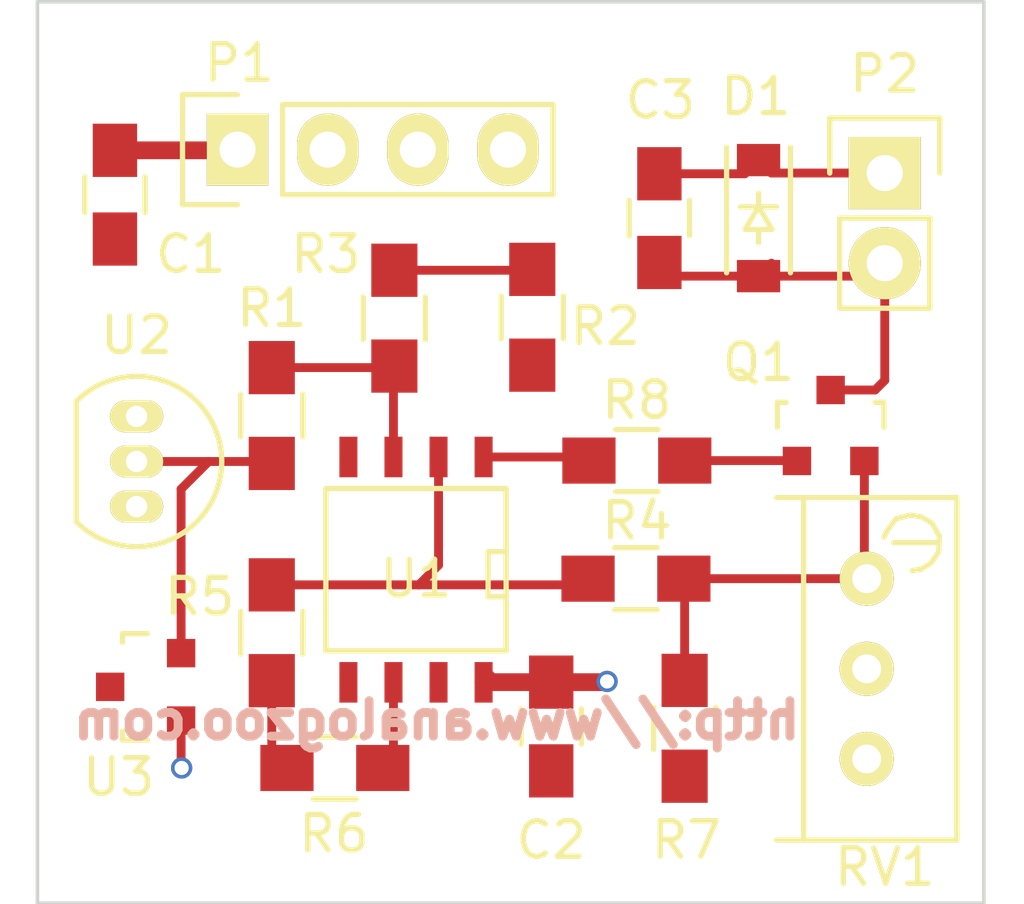
<source format=kicad_pcb>
(kicad_pcb (version 4) (host pcbnew 4.0.2-stable)

  (general
    (links 35)
    (no_connects 14)
    (area 56.835 91.8886 86.117 117.398001)
    (thickness 1.6)
    (drawings 5)
    (tracks 56)
    (zones 0)
    (modules 19)
    (nets 16)
  )

  (page A4)
  (layers
    (0 F.Cu signal)
    (31 B.Cu signal)
    (32 B.Adhes user)
    (33 F.Adhes user)
    (34 B.Paste user)
    (35 F.Paste user)
    (36 B.SilkS user)
    (37 F.SilkS user)
    (38 B.Mask user)
    (39 F.Mask user)
    (40 Dwgs.User user)
    (41 Cmts.User user)
    (42 Eco1.User user)
    (43 Eco2.User user)
    (44 Edge.Cuts user)
    (45 Margin user)
    (46 B.CrtYd user)
    (47 F.CrtYd user)
    (48 B.Fab user)
    (49 F.Fab user)
  )

  (setup
    (last_trace_width 0.25)
    (user_trace_width 0.5)
    (user_trace_width 1)
    (trace_clearance 0.2)
    (zone_clearance 0.1)
    (zone_45_only no)
    (trace_min 0.2)
    (segment_width 0.2)
    (edge_width 0.1)
    (via_size 0.6)
    (via_drill 0.4)
    (via_min_size 0.4)
    (via_min_drill 0.3)
    (uvia_size 0.3)
    (uvia_drill 0.1)
    (uvias_allowed no)
    (uvia_min_size 0.2)
    (uvia_min_drill 0.1)
    (pcb_text_width 0.3)
    (pcb_text_size 1.5 1.5)
    (mod_edge_width 0.15)
    (mod_text_size 1 1)
    (mod_text_width 0.15)
    (pad_size 1.5 1.5)
    (pad_drill 0.6)
    (pad_to_mask_clearance 0)
    (aux_axis_origin 0 0)
    (visible_elements FFFEFF7F)
    (pcbplotparams
      (layerselection 0x010f0_80000001)
      (usegerberextensions false)
      (excludeedgelayer true)
      (linewidth 0.100000)
      (plotframeref false)
      (viasonmask false)
      (mode 1)
      (useauxorigin false)
      (hpglpennumber 1)
      (hpglpenspeed 20)
      (hpglpendiameter 15)
      (hpglpenoverlay 2)
      (psnegative false)
      (psa4output false)
      (plotreference true)
      (plotvalue false)
      (plotinvisibletext false)
      (padsonsilk false)
      (subtractmaskfromsilk false)
      (outputformat 1)
      (mirror false)
      (drillshape 0)
      (scaleselection 1)
      (outputdirectory Gerber/))
  )

  (net 0 "")
  (net 1 GND)
  (net 2 +5V)
  (net 3 "Net-(Q1-Pad2)")
  (net 4 "Net-(R1-Pad1)")
  (net 5 "Net-(R5-Pad1)")
  (net 6 "Net-(U1-Pad7)")
  (net 7 "Net-(R2-Pad1)")
  (net 8 "Net-(R4-Pad2)")
  (net 9 "Net-(R6-Pad1)")
  (net 10 "Net-(Q1-Pad1)")
  (net 11 "Net-(P1-Pad2)")
  (net 12 "Net-(P1-Pad3)")
  (net 13 "Net-(C3-Pad1)")
  (net 14 "Net-(R1-Pad2)")
  (net 15 "Net-(R8-Pad2)")

  (net_class Default "This is the default net class."
    (clearance 0.2)
    (trace_width 0.25)
    (via_dia 0.6)
    (via_drill 0.4)
    (uvia_dia 0.3)
    (uvia_drill 0.1)
    (add_net +5V)
    (add_net GND)
    (add_net "Net-(C3-Pad1)")
    (add_net "Net-(P1-Pad2)")
    (add_net "Net-(P1-Pad3)")
    (add_net "Net-(Q1-Pad1)")
    (add_net "Net-(Q1-Pad2)")
    (add_net "Net-(R1-Pad1)")
    (add_net "Net-(R1-Pad2)")
    (add_net "Net-(R2-Pad1)")
    (add_net "Net-(R4-Pad2)")
    (add_net "Net-(R5-Pad1)")
    (add_net "Net-(R6-Pad1)")
    (add_net "Net-(R8-Pad2)")
    (add_net "Net-(U1-Pad7)")
  )

  (module Capacitors_SMD:C_0805_HandSoldering (layer F.Cu) (tedit 5729638C) (tstamp 570ECD6C)
    (at 60.3504 97.3836 90)
    (descr "Capacitor SMD 0805, hand soldering")
    (tags "capacitor 0805")
    (path /570C874E)
    (attr smd)
    (fp_text reference C1 (at -1.6764 2.1336 180) (layer F.SilkS)
      (effects (font (size 1 1) (thickness 0.15)))
    )
    (fp_text value 0.1uF (at 0 2.1 90) (layer F.Fab)
      (effects (font (size 1 1) (thickness 0.15)))
    )
    (fp_line (start -2.3 -1) (end 2.3 -1) (layer F.CrtYd) (width 0.05))
    (fp_line (start -2.3 1) (end 2.3 1) (layer F.CrtYd) (width 0.05))
    (fp_line (start -2.3 -1) (end -2.3 1) (layer F.CrtYd) (width 0.05))
    (fp_line (start 2.3 -1) (end 2.3 1) (layer F.CrtYd) (width 0.05))
    (fp_line (start 0.5 -0.85) (end -0.5 -0.85) (layer F.SilkS) (width 0.15))
    (fp_line (start -0.5 0.85) (end 0.5 0.85) (layer F.SilkS) (width 0.15))
    (pad 1 smd rect (at -1.25 0 90) (size 1.5 1.25) (layers F.Cu F.Paste F.Mask)
      (net 1 GND))
    (pad 2 smd rect (at 1.25 0 90) (size 1.5 1.25) (layers F.Cu F.Paste F.Mask)
      (net 2 +5V))
    (model Capacitors_SMD.3dshapes/C_0805_HandSoldering.wrl
      (at (xyz 0 0 0))
      (scale (xyz 1 1 1))
      (rotate (xyz 0 0 0))
    )
  )

  (module Capacitors_SMD:C_0805_HandSoldering (layer F.Cu) (tedit 57296076) (tstamp 570ECD72)
    (at 75.692 98.044 90)
    (descr "Capacitor SMD 0805, hand soldering")
    (tags "capacitor 0805")
    (path /570C674D)
    (attr smd)
    (fp_text reference C3 (at 3.3274 0.0254 180) (layer F.SilkS)
      (effects (font (size 1 1) (thickness 0.15)))
    )
    (fp_text value 0.1uF (at 0 2.1 90) (layer F.Fab)
      (effects (font (size 1 1) (thickness 0.15)))
    )
    (fp_line (start -2.3 -1) (end 2.3 -1) (layer F.CrtYd) (width 0.05))
    (fp_line (start -2.3 1) (end 2.3 1) (layer F.CrtYd) (width 0.05))
    (fp_line (start -2.3 -1) (end -2.3 1) (layer F.CrtYd) (width 0.05))
    (fp_line (start 2.3 -1) (end 2.3 1) (layer F.CrtYd) (width 0.05))
    (fp_line (start 0.5 -0.85) (end -0.5 -0.85) (layer F.SilkS) (width 0.15))
    (fp_line (start -0.5 0.85) (end 0.5 0.85) (layer F.SilkS) (width 0.15))
    (pad 1 smd rect (at -1.25 0 90) (size 1.5 1.25) (layers F.Cu F.Paste F.Mask)
      (net 13 "Net-(C3-Pad1)"))
    (pad 2 smd rect (at 1.25 0 90) (size 1.5 1.25) (layers F.Cu F.Paste F.Mask)
      (net 2 +5V))
    (model Capacitors_SMD.3dshapes/C_0805_HandSoldering.wrl
      (at (xyz 0 0 0))
      (scale (xyz 1 1 1))
      (rotate (xyz 0 0 0))
    )
  )

  (module Socket_Strips:Socket_Strip_Straight_1x02 (layer F.Cu) (tedit 57296071) (tstamp 570ECD84)
    (at 82.042 96.774 270)
    (descr "Through hole socket strip")
    (tags "socket strip")
    (path /570C5F93)
    (fp_text reference P2 (at -2.794 0 360) (layer F.SilkS)
      (effects (font (size 1 1) (thickness 0.15)))
    )
    (fp_text value uA (at 0 -3.1 270) (layer F.Fab)
      (effects (font (size 1 1) (thickness 0.15)))
    )
    (fp_line (start -1.55 1.55) (end 0 1.55) (layer F.SilkS) (width 0.15))
    (fp_line (start 3.81 1.27) (end 1.27 1.27) (layer F.SilkS) (width 0.15))
    (fp_line (start -1.75 -1.75) (end -1.75 1.75) (layer F.CrtYd) (width 0.05))
    (fp_line (start 4.3 -1.75) (end 4.3 1.75) (layer F.CrtYd) (width 0.05))
    (fp_line (start -1.75 -1.75) (end 4.3 -1.75) (layer F.CrtYd) (width 0.05))
    (fp_line (start -1.75 1.75) (end 4.3 1.75) (layer F.CrtYd) (width 0.05))
    (fp_line (start 1.27 1.27) (end 1.27 -1.27) (layer F.SilkS) (width 0.15))
    (fp_line (start 0 -1.55) (end -1.55 -1.55) (layer F.SilkS) (width 0.15))
    (fp_line (start -1.55 -1.55) (end -1.55 1.55) (layer F.SilkS) (width 0.15))
    (fp_line (start 1.27 -1.27) (end 3.81 -1.27) (layer F.SilkS) (width 0.15))
    (fp_line (start 3.81 -1.27) (end 3.81 1.27) (layer F.SilkS) (width 0.15))
    (pad 1 thru_hole rect (at 0 0 270) (size 2.032 2.032) (drill 1.016) (layers *.Cu *.Mask F.SilkS)
      (net 2 +5V))
    (pad 2 thru_hole oval (at 2.54 0 270) (size 2.032 2.032) (drill 1.016) (layers *.Cu *.Mask F.SilkS)
      (net 13 "Net-(C3-Pad1)"))
    (model Socket_Strips.3dshapes/Socket_Strip_Straight_1x02.wrl
      (at (xyz 0.05 0 0))
      (scale (xyz 1 1 1))
      (rotate (xyz 0 0 180))
    )
  )

  (module TO_SOT_Packages_SMD:SOT-23 (layer F.Cu) (tedit 5729FEDC) (tstamp 570ECD97)
    (at 80.518 103.886)
    (descr "SOT-23, Standard")
    (tags SOT-23)
    (path /570C5C0F)
    (attr smd)
    (fp_text reference Q1 (at -2.032 -1.778) (layer F.SilkS)
      (effects (font (size 1 1) (thickness 0.15)))
    )
    (fp_text value MMBT3904 (at 0 2.3) (layer F.Fab)
      (effects (font (size 1 1) (thickness 0.15)))
    )
    (fp_line (start -1.65 -1.6) (end 1.65 -1.6) (layer F.CrtYd) (width 0.05))
    (fp_line (start 1.65 -1.6) (end 1.65 1.6) (layer F.CrtYd) (width 0.05))
    (fp_line (start 1.65 1.6) (end -1.65 1.6) (layer F.CrtYd) (width 0.05))
    (fp_line (start -1.65 1.6) (end -1.65 -1.6) (layer F.CrtYd) (width 0.05))
    (fp_line (start 1.29916 -0.65024) (end 1.2509 -0.65024) (layer F.SilkS) (width 0.15))
    (fp_line (start -1.49982 0.0508) (end -1.49982 -0.65024) (layer F.SilkS) (width 0.15))
    (fp_line (start -1.49982 -0.65024) (end -1.2509 -0.65024) (layer F.SilkS) (width 0.15))
    (fp_line (start 1.29916 -0.65024) (end 1.49982 -0.65024) (layer F.SilkS) (width 0.15))
    (fp_line (start 1.49982 -0.65024) (end 1.49982 0.0508) (layer F.SilkS) (width 0.15))
    (pad 1 smd rect (at -0.95 1.00076) (size 0.8001 0.8001) (layers F.Cu F.Paste F.Mask)
      (net 10 "Net-(Q1-Pad1)"))
    (pad 2 smd rect (at 0.95 1.00076) (size 0.8001 0.8001) (layers F.Cu F.Paste F.Mask)
      (net 3 "Net-(Q1-Pad2)"))
    (pad 3 smd rect (at 0 -0.99822) (size 0.8001 0.8001) (layers F.Cu F.Paste F.Mask)
      (net 13 "Net-(C3-Pad1)"))
    (model TO_SOT_Packages_SMD.3dshapes/SOT-23.wrl
      (at (xyz 0 0 0))
      (scale (xyz 1 1 1))
      (rotate (xyz 0 0 0))
    )
  )

  (module Resistors_SMD:R_0805_HandSoldering (layer F.Cu) (tedit 5729FE07) (tstamp 570ECD9D)
    (at 64.77 103.6066 270)
    (descr "Resistor SMD 0805, hand soldering")
    (tags "resistor 0805")
    (path /570C535A)
    (attr smd)
    (fp_text reference R1 (at -3.0226 0 360) (layer F.SilkS)
      (effects (font (size 1 1) (thickness 0.15)))
    )
    (fp_text value 1M (at 0 2.1 270) (layer F.Fab)
      (effects (font (size 1 1) (thickness 0.15)))
    )
    (fp_line (start -2.4 -1) (end 2.4 -1) (layer F.CrtYd) (width 0.05))
    (fp_line (start -2.4 1) (end 2.4 1) (layer F.CrtYd) (width 0.05))
    (fp_line (start -2.4 -1) (end -2.4 1) (layer F.CrtYd) (width 0.05))
    (fp_line (start 2.4 -1) (end 2.4 1) (layer F.CrtYd) (width 0.05))
    (fp_line (start 0.6 0.875) (end -0.6 0.875) (layer F.SilkS) (width 0.15))
    (fp_line (start -0.6 -0.875) (end 0.6 -0.875) (layer F.SilkS) (width 0.15))
    (pad 1 smd rect (at -1.35 0 270) (size 1.5 1.3) (layers F.Cu F.Paste F.Mask)
      (net 4 "Net-(R1-Pad1)"))
    (pad 2 smd rect (at 1.35 0 270) (size 1.5 1.3) (layers F.Cu F.Paste F.Mask)
      (net 14 "Net-(R1-Pad2)"))
    (model Resistors_SMD.3dshapes/R_0805_HandSoldering.wrl
      (at (xyz 0 0 0))
      (scale (xyz 1 1 1))
      (rotate (xyz 0 0 0))
    )
  )

  (module Resistors_SMD:R_0805_HandSoldering (layer F.Cu) (tedit 572963C5) (tstamp 570ECDA3)
    (at 68.2244 100.8634 270)
    (descr "Resistor SMD 0805, hand soldering")
    (tags "resistor 0805")
    (path /570ECBC6)
    (attr smd)
    (fp_text reference R2 (at 0.2286 -5.9436 360) (layer F.SilkS)
      (effects (font (size 1 1) (thickness 0.15)))
    )
    (fp_text value 2.2M (at 0 2.1 270) (layer F.Fab)
      (effects (font (size 1 1) (thickness 0.15)))
    )
    (fp_line (start -2.4 -1) (end 2.4 -1) (layer F.CrtYd) (width 0.05))
    (fp_line (start -2.4 1) (end 2.4 1) (layer F.CrtYd) (width 0.05))
    (fp_line (start -2.4 -1) (end -2.4 1) (layer F.CrtYd) (width 0.05))
    (fp_line (start 2.4 -1) (end 2.4 1) (layer F.CrtYd) (width 0.05))
    (fp_line (start 0.6 0.875) (end -0.6 0.875) (layer F.SilkS) (width 0.15))
    (fp_line (start -0.6 -0.875) (end 0.6 -0.875) (layer F.SilkS) (width 0.15))
    (pad 1 smd rect (at -1.35 0 270) (size 1.5 1.3) (layers F.Cu F.Paste F.Mask)
      (net 7 "Net-(R2-Pad1)"))
    (pad 2 smd rect (at 1.35 0 270) (size 1.5 1.3) (layers F.Cu F.Paste F.Mask)
      (net 4 "Net-(R1-Pad1)"))
    (model Resistors_SMD.3dshapes/R_0805_HandSoldering.wrl
      (at (xyz 0 0 0))
      (scale (xyz 1 1 1))
      (rotate (xyz 0 0 0))
    )
  )

  (module Resistors_SMD:R_0805_HandSoldering (layer F.Cu) (tedit 57296384) (tstamp 570ECDA9)
    (at 72.1106 100.838 90)
    (descr "Resistor SMD 0805, hand soldering")
    (tags "resistor 0805")
    (path /570ECC88)
    (attr smd)
    (fp_text reference R3 (at 1.778 -5.8166 180) (layer F.SilkS)
      (effects (font (size 1 1) (thickness 0.15)))
    )
    (fp_text value 200k (at 0 2.1 90) (layer F.Fab)
      (effects (font (size 1 1) (thickness 0.15)))
    )
    (fp_line (start -2.4 -1) (end 2.4 -1) (layer F.CrtYd) (width 0.05))
    (fp_line (start -2.4 1) (end 2.4 1) (layer F.CrtYd) (width 0.05))
    (fp_line (start -2.4 -1) (end -2.4 1) (layer F.CrtYd) (width 0.05))
    (fp_line (start 2.4 -1) (end 2.4 1) (layer F.CrtYd) (width 0.05))
    (fp_line (start 0.6 0.875) (end -0.6 0.875) (layer F.SilkS) (width 0.15))
    (fp_line (start -0.6 -0.875) (end 0.6 -0.875) (layer F.SilkS) (width 0.15))
    (pad 1 smd rect (at -1.35 0 90) (size 1.5 1.3) (layers F.Cu F.Paste F.Mask)
      (net 1 GND))
    (pad 2 smd rect (at 1.35 0 90) (size 1.5 1.3) (layers F.Cu F.Paste F.Mask)
      (net 7 "Net-(R2-Pad1)"))
    (model Resistors_SMD.3dshapes/R_0805_HandSoldering.wrl
      (at (xyz 0 0 0))
      (scale (xyz 1 1 1))
      (rotate (xyz 0 0 0))
    )
  )

  (module Resistors_SMD:R_0805_HandSoldering (layer F.Cu) (tedit 572960DB) (tstamp 570ECDAF)
    (at 75.0316 108.204 180)
    (descr "Resistor SMD 0805, hand soldering")
    (tags "resistor 0805")
    (path /570C5880)
    (attr smd)
    (fp_text reference R4 (at -0.0254 1.6256 180) (layer F.SilkS)
      (effects (font (size 1 1) (thickness 0.15)))
    )
    (fp_text value 1M (at 0 2.1 180) (layer F.Fab)
      (effects (font (size 1 1) (thickness 0.15)))
    )
    (fp_line (start -2.4 -1) (end 2.4 -1) (layer F.CrtYd) (width 0.05))
    (fp_line (start -2.4 1) (end 2.4 1) (layer F.CrtYd) (width 0.05))
    (fp_line (start -2.4 -1) (end -2.4 1) (layer F.CrtYd) (width 0.05))
    (fp_line (start 2.4 -1) (end 2.4 1) (layer F.CrtYd) (width 0.05))
    (fp_line (start 0.6 0.875) (end -0.6 0.875) (layer F.SilkS) (width 0.15))
    (fp_line (start -0.6 -0.875) (end 0.6 -0.875) (layer F.SilkS) (width 0.15))
    (pad 1 smd rect (at -1.35 0 180) (size 1.5 1.3) (layers F.Cu F.Paste F.Mask)
      (net 3 "Net-(Q1-Pad2)"))
    (pad 2 smd rect (at 1.35 0 180) (size 1.5 1.3) (layers F.Cu F.Paste F.Mask)
      (net 8 "Net-(R4-Pad2)"))
    (model Resistors_SMD.3dshapes/R_0805_HandSoldering.wrl
      (at (xyz 0 0 0))
      (scale (xyz 1 1 1))
      (rotate (xyz 0 0 0))
    )
  )

  (module Resistors_SMD:R_0805_HandSoldering (layer F.Cu) (tedit 5729FDFB) (tstamp 570ECDB5)
    (at 64.77 109.728 90)
    (descr "Resistor SMD 0805, hand soldering")
    (tags "resistor 0805")
    (path /570ECFA2)
    (attr smd)
    (fp_text reference R5 (at 1.016 -2.032 180) (layer F.SilkS)
      (effects (font (size 1 1) (thickness 0.15)))
    )
    (fp_text value 2.2M (at 0 2.1 90) (layer F.Fab)
      (effects (font (size 1 1) (thickness 0.15)))
    )
    (fp_line (start -2.4 -1) (end 2.4 -1) (layer F.CrtYd) (width 0.05))
    (fp_line (start -2.4 1) (end 2.4 1) (layer F.CrtYd) (width 0.05))
    (fp_line (start -2.4 -1) (end -2.4 1) (layer F.CrtYd) (width 0.05))
    (fp_line (start 2.4 -1) (end 2.4 1) (layer F.CrtYd) (width 0.05))
    (fp_line (start 0.6 0.875) (end -0.6 0.875) (layer F.SilkS) (width 0.15))
    (fp_line (start -0.6 -0.875) (end 0.6 -0.875) (layer F.SilkS) (width 0.15))
    (pad 1 smd rect (at -1.35 0 90) (size 1.5 1.3) (layers F.Cu F.Paste F.Mask)
      (net 5 "Net-(R5-Pad1)"))
    (pad 2 smd rect (at 1.35 0 90) (size 1.5 1.3) (layers F.Cu F.Paste F.Mask)
      (net 8 "Net-(R4-Pad2)"))
    (model Resistors_SMD.3dshapes/R_0805_HandSoldering.wrl
      (at (xyz 0 0 0))
      (scale (xyz 1 1 1))
      (rotate (xyz 0 0 0))
    )
  )

  (module Resistors_SMD:R_0805_HandSoldering (layer F.Cu) (tedit 57295C85) (tstamp 570ECDBB)
    (at 66.548 113.538 180)
    (descr "Resistor SMD 0805, hand soldering")
    (tags "resistor 0805")
    (path /570ED006)
    (attr smd)
    (fp_text reference R6 (at 0.0254 -1.8542 180) (layer F.SilkS)
      (effects (font (size 1 1) (thickness 0.15)))
    )
    (fp_text value 200k (at 0 2.1 180) (layer F.Fab)
      (effects (font (size 1 1) (thickness 0.15)))
    )
    (fp_line (start -2.4 -1) (end 2.4 -1) (layer F.CrtYd) (width 0.05))
    (fp_line (start -2.4 1) (end 2.4 1) (layer F.CrtYd) (width 0.05))
    (fp_line (start -2.4 -1) (end -2.4 1) (layer F.CrtYd) (width 0.05))
    (fp_line (start 2.4 -1) (end 2.4 1) (layer F.CrtYd) (width 0.05))
    (fp_line (start 0.6 0.875) (end -0.6 0.875) (layer F.SilkS) (width 0.15))
    (fp_line (start -0.6 -0.875) (end 0.6 -0.875) (layer F.SilkS) (width 0.15))
    (pad 1 smd rect (at -1.35 0 180) (size 1.5 1.3) (layers F.Cu F.Paste F.Mask)
      (net 9 "Net-(R6-Pad1)"))
    (pad 2 smd rect (at 1.35 0 180) (size 1.5 1.3) (layers F.Cu F.Paste F.Mask)
      (net 5 "Net-(R5-Pad1)"))
    (model Resistors_SMD.3dshapes/R_0805_HandSoldering.wrl
      (at (xyz 0 0 0))
      (scale (xyz 1 1 1))
      (rotate (xyz 0 0 0))
    )
  )

  (module Resistors_SMD:R_0805_HandSoldering (layer F.Cu) (tedit 572963B1) (tstamp 570ECDC1)
    (at 76.4032 112.4204 90)
    (descr "Resistor SMD 0805, hand soldering")
    (tags "resistor 0805")
    (path /570C5CE6)
    (attr smd)
    (fp_text reference R7 (at -3.1496 0.0508 180) (layer F.SilkS)
      (effects (font (size 1 1) (thickness 0.15)))
    )
    (fp_text value 49.9k (at 0 2.1 90) (layer F.Fab)
      (effects (font (size 1 1) (thickness 0.15)))
    )
    (fp_line (start -2.4 -1) (end 2.4 -1) (layer F.CrtYd) (width 0.05))
    (fp_line (start -2.4 1) (end 2.4 1) (layer F.CrtYd) (width 0.05))
    (fp_line (start -2.4 -1) (end -2.4 1) (layer F.CrtYd) (width 0.05))
    (fp_line (start 2.4 -1) (end 2.4 1) (layer F.CrtYd) (width 0.05))
    (fp_line (start 0.6 0.875) (end -0.6 0.875) (layer F.SilkS) (width 0.15))
    (fp_line (start -0.6 -0.875) (end 0.6 -0.875) (layer F.SilkS) (width 0.15))
    (pad 1 smd rect (at -1.35 0 90) (size 1.5 1.3) (layers F.Cu F.Paste F.Mask)
      (net 1 GND))
    (pad 2 smd rect (at 1.35 0 90) (size 1.5 1.3) (layers F.Cu F.Paste F.Mask)
      (net 3 "Net-(Q1-Pad2)"))
    (model Resistors_SMD.3dshapes/R_0805_HandSoldering.wrl
      (at (xyz 0 0 0))
      (scale (xyz 1 1 1))
      (rotate (xyz 0 0 0))
    )
  )

  (module Potentiometers:Potentiometer_Bourns_3296W_3-8Zoll_Inline_ScrewUp (layer F.Cu) (tedit 572963B9) (tstamp 570ECDC8)
    (at 81.534 108.204 180)
    (descr "3296, 3/8, Square, Trimpot, Trimming, Potentiometer, Bourns")
    (tags "3296, 3/8, Square, Trimpot, Trimming, Potentiometer, Bourns")
    (path /570C5E34)
    (fp_text reference RV1 (at -0.508 -8.128 180) (layer F.SilkS)
      (effects (font (size 1 1) (thickness 0.15)))
    )
    (fp_text value 100k (at 1.27 5.08 180) (layer F.Fab)
      (effects (font (size 1 1) (thickness 0.15)))
    )
    (fp_line (start -2.032 1.016) (end -0.762 1.016) (layer F.SilkS) (width 0.15))
    (fp_line (start -1.2827 0.2286) (end -1.5367 0.2667) (layer F.SilkS) (width 0.15))
    (fp_line (start -1.5367 0.2667) (end -1.8161 0.4445) (layer F.SilkS) (width 0.15))
    (fp_line (start -1.8161 0.4445) (end -2.032 0.762) (layer F.SilkS) (width 0.15))
    (fp_line (start -2.032 0.762) (end -2.0447 1.2065) (layer F.SilkS) (width 0.15))
    (fp_line (start -2.0447 1.2065) (end -1.8415 1.5621) (layer F.SilkS) (width 0.15))
    (fp_line (start -1.8415 1.5621) (end -1.5494 1.7399) (layer F.SilkS) (width 0.15))
    (fp_line (start -1.5494 1.7399) (end -1.2319 1.7907) (layer F.SilkS) (width 0.15))
    (fp_line (start -1.2319 1.7907) (end -0.8255 1.6891) (layer F.SilkS) (width 0.15))
    (fp_line (start -0.8255 1.6891) (end -0.5715 1.3462) (layer F.SilkS) (width 0.15))
    (fp_line (start -0.5715 1.3462) (end -0.4826 1.1684) (layer F.SilkS) (width 0.15))
    (fp_line (start 1.778 -7.366) (end 1.778 2.286) (layer F.SilkS) (width 0.15))
    (fp_line (start -1.27 2.286) (end -2.54 2.286) (layer F.SilkS) (width 0.15))
    (fp_line (start -2.54 2.286) (end -2.54 -7.366) (layer F.SilkS) (width 0.15))
    (fp_line (start -2.54 -7.366) (end 2.54 -7.366) (layer F.SilkS) (width 0.15))
    (fp_line (start 2.54 2.286) (end 0 2.286) (layer F.SilkS) (width 0.15))
    (fp_line (start 0 2.286) (end -1.27 2.286) (layer F.SilkS) (width 0.15))
    (pad 2 thru_hole circle (at 0 -2.54 180) (size 1.524 1.524) (drill 0.8128) (layers *.Cu *.Mask F.SilkS)
      (net 1 GND))
    (pad 3 thru_hole circle (at 0 -5.08 180) (size 1.524 1.524) (drill 0.8128) (layers *.Cu *.Mask F.SilkS)
      (net 1 GND))
    (pad 1 thru_hole circle (at 0 0 180) (size 1.524 1.524) (drill 0.8128) (layers *.Cu *.Mask F.SilkS)
      (net 3 "Net-(Q1-Pad2)"))
    (model Potentiometers.3dshapes/Potentiometer_Bourns_3296W_3-8Zoll_Inline_ScrewUp.wrl
      (at (xyz 0 0 0))
      (scale (xyz 1 1 1))
      (rotate (xyz 0 0 0))
    )
  )

  (module SMD_Packages:SOIC-8-N (layer F.Cu) (tedit 570FA947) (tstamp 570ECDD4)
    (at 68.834 107.95 180)
    (descr "Module Narrow CMS SOJ 8 pins large")
    (tags "CMS SOJ")
    (path /570C548C)
    (attr smd)
    (fp_text reference U1 (at 0 -0.254 180) (layer F.SilkS)
      (effects (font (size 1 1) (thickness 0.15)))
    )
    (fp_text value LTC1541 (at 0 1.27 180) (layer F.Fab)
      (effects (font (size 1 1) (thickness 0.15)))
    )
    (fp_line (start -2.54 -2.286) (end 2.54 -2.286) (layer F.SilkS) (width 0.15))
    (fp_line (start 2.54 -2.286) (end 2.54 2.286) (layer F.SilkS) (width 0.15))
    (fp_line (start 2.54 2.286) (end -2.54 2.286) (layer F.SilkS) (width 0.15))
    (fp_line (start -2.54 2.286) (end -2.54 -2.286) (layer F.SilkS) (width 0.15))
    (fp_line (start -2.54 -0.762) (end -2.032 -0.762) (layer F.SilkS) (width 0.15))
    (fp_line (start -2.032 -0.762) (end -2.032 0.508) (layer F.SilkS) (width 0.15))
    (fp_line (start -2.032 0.508) (end -2.54 0.508) (layer F.SilkS) (width 0.15))
    (pad 8 smd rect (at -1.905 -3.175 180) (size 0.508 1.143) (layers F.Cu F.Paste F.Mask)
      (net 2 +5V))
    (pad 7 smd rect (at -0.635 -3.175 180) (size 0.508 1.143) (layers F.Cu F.Paste F.Mask)
      (net 6 "Net-(U1-Pad7)"))
    (pad 6 smd rect (at 0.635 -3.175 180) (size 0.508 1.143) (layers F.Cu F.Paste F.Mask)
      (net 9 "Net-(R6-Pad1)"))
    (pad 5 smd rect (at 1.905 -3.175 180) (size 0.508 1.143) (layers F.Cu F.Paste F.Mask)
      (net 1 GND))
    (pad 4 smd rect (at 1.905 3.175 180) (size 0.508 1.143) (layers F.Cu F.Paste F.Mask)
      (net 1 GND))
    (pad 3 smd rect (at 0.635 3.175 180) (size 0.508 1.143) (layers F.Cu F.Paste F.Mask)
      (net 4 "Net-(R1-Pad1)"))
    (pad 2 smd rect (at -0.635 3.175 180) (size 0.508 1.143) (layers F.Cu F.Paste F.Mask)
      (net 8 "Net-(R4-Pad2)"))
    (pad 1 smd rect (at -1.905 3.175 180) (size 0.508 1.143) (layers F.Cu F.Paste F.Mask)
      (net 15 "Net-(R8-Pad2)"))
    (model SMD_Packages.3dshapes/SOIC-8-N.wrl
      (at (xyz 0 0 0))
      (scale (xyz 0.5 0.38 0.5))
      (rotate (xyz 0 0 0))
    )
  )

  (module TO_SOT_Packages_THT:TO-92_Inline_Narrow_Oval (layer F.Cu) (tedit 5729FE0D) (tstamp 570ECED5)
    (at 60.96 103.632 270)
    (descr "TO-92 leads in-line, narrow, oval pads, drill 0.6mm (see NXP sot054_po.pdf)")
    (tags "to-92 sc-43 sc-43a sot54 PA33 transistor")
    (path /570C6C7A)
    (fp_text reference U2 (at -2.286 0 360) (layer F.SilkS)
      (effects (font (size 1 1) (thickness 0.15)))
    )
    (fp_text value MCP9700A (at 0 3 270) (layer F.Fab)
      (effects (font (size 1 1) (thickness 0.15)))
    )
    (fp_line (start -1.4 1.95) (end -1.4 -2.65) (layer F.CrtYd) (width 0.05))
    (fp_line (start -1.4 1.95) (end 3.95 1.95) (layer F.CrtYd) (width 0.05))
    (fp_line (start -0.43 1.7) (end 2.97 1.7) (layer F.SilkS) (width 0.15))
    (fp_arc (start 1.27 0) (end 1.27 -2.4) (angle -135) (layer F.SilkS) (width 0.15))
    (fp_arc (start 1.27 0) (end 1.27 -2.4) (angle 135) (layer F.SilkS) (width 0.15))
    (fp_line (start -1.4 -2.65) (end 3.95 -2.65) (layer F.CrtYd) (width 0.05))
    (fp_line (start 3.95 1.95) (end 3.95 -2.65) (layer F.CrtYd) (width 0.05))
    (pad 2 thru_hole oval (at 1.27 0 90) (size 0.89916 1.50114) (drill 0.6) (layers *.Cu *.Mask F.SilkS)
      (net 14 "Net-(R1-Pad2)"))
    (pad 3 thru_hole oval (at 2.54 0 90) (size 0.89916 1.50114) (drill 0.6) (layers *.Cu *.Mask F.SilkS)
      (net 1 GND))
    (pad 1 thru_hole oval (at 0 0 90) (size 0.89916 1.50114) (drill 0.6) (layers *.Cu *.Mask F.SilkS)
      (net 2 +5V))
    (model TO_SOT_Packages_THT.3dshapes/TO-92_Inline_Narrow_Oval.wrl
      (at (xyz 0.05 0 0))
      (scale (xyz 1 1 1))
      (rotate (xyz 0 0 -90))
    )
  )

  (module Resistors_SMD:R_0805_HandSoldering (layer F.Cu) (tedit 57295C93) (tstamp 570FA625)
    (at 75.057 104.8766 180)
    (descr "Resistor SMD 0805, hand soldering")
    (tags "resistor 0805")
    (path /570FA763)
    (attr smd)
    (fp_text reference R8 (at 0 1.7018 180) (layer F.SilkS)
      (effects (font (size 1 1) (thickness 0.15)))
    )
    (fp_text value 100 (at 0 2.1 180) (layer F.Fab)
      (effects (font (size 1 1) (thickness 0.15)))
    )
    (fp_line (start -2.4 -1) (end 2.4 -1) (layer F.CrtYd) (width 0.05))
    (fp_line (start -2.4 1) (end 2.4 1) (layer F.CrtYd) (width 0.05))
    (fp_line (start -2.4 -1) (end -2.4 1) (layer F.CrtYd) (width 0.05))
    (fp_line (start 2.4 -1) (end 2.4 1) (layer F.CrtYd) (width 0.05))
    (fp_line (start 0.6 0.875) (end -0.6 0.875) (layer F.SilkS) (width 0.15))
    (fp_line (start -0.6 -0.875) (end 0.6 -0.875) (layer F.SilkS) (width 0.15))
    (pad 1 smd rect (at -1.35 0 180) (size 1.5 1.3) (layers F.Cu F.Paste F.Mask)
      (net 10 "Net-(Q1-Pad1)"))
    (pad 2 smd rect (at 1.35 0 180) (size 1.5 1.3) (layers F.Cu F.Paste F.Mask)
      (net 15 "Net-(R8-Pad2)"))
    (model Resistors_SMD.3dshapes/R_0805_HandSoldering.wrl
      (at (xyz 0 0 0))
      (scale (xyz 1 1 1))
      (rotate (xyz 0 0 0))
    )
  )

  (module Socket_Strips:Socket_Strip_Straight_1x04 (layer F.Cu) (tedit 5729606F) (tstamp 57105428)
    (at 63.8048 96.1136)
    (descr "Through hole socket strip")
    (tags "socket strip")
    (path /57105420)
    (fp_text reference P1 (at 0.0508 -2.4384 180) (layer F.SilkS)
      (effects (font (size 1 1) (thickness 0.15)))
    )
    (fp_text value Power (at 0 -3.1) (layer F.Fab)
      (effects (font (size 1 1) (thickness 0.15)))
    )
    (fp_line (start -1.75 -1.75) (end -1.75 1.75) (layer F.CrtYd) (width 0.05))
    (fp_line (start 9.4 -1.75) (end 9.4 1.75) (layer F.CrtYd) (width 0.05))
    (fp_line (start -1.75 -1.75) (end 9.4 -1.75) (layer F.CrtYd) (width 0.05))
    (fp_line (start -1.75 1.75) (end 9.4 1.75) (layer F.CrtYd) (width 0.05))
    (fp_line (start 1.27 -1.27) (end 8.89 -1.27) (layer F.SilkS) (width 0.15))
    (fp_line (start 1.27 1.27) (end 8.89 1.27) (layer F.SilkS) (width 0.15))
    (fp_line (start -1.55 1.55) (end 0 1.55) (layer F.SilkS) (width 0.15))
    (fp_line (start 8.89 -1.27) (end 8.89 1.27) (layer F.SilkS) (width 0.15))
    (fp_line (start 1.27 1.27) (end 1.27 -1.27) (layer F.SilkS) (width 0.15))
    (fp_line (start 0 -1.55) (end -1.55 -1.55) (layer F.SilkS) (width 0.15))
    (fp_line (start -1.55 -1.55) (end -1.55 1.55) (layer F.SilkS) (width 0.15))
    (pad 1 thru_hole rect (at 0 0) (size 1.7272 2.032) (drill 1.016) (layers *.Cu *.Mask F.SilkS)
      (net 2 +5V))
    (pad 2 thru_hole oval (at 2.54 0) (size 1.7272 2.032) (drill 1.016) (layers *.Cu *.Mask F.SilkS)
      (net 11 "Net-(P1-Pad2)"))
    (pad 3 thru_hole oval (at 5.08 0) (size 1.7272 2.032) (drill 1.016) (layers *.Cu *.Mask F.SilkS)
      (net 12 "Net-(P1-Pad3)"))
    (pad 4 thru_hole oval (at 7.62 0) (size 1.7272 2.032) (drill 1.016) (layers *.Cu *.Mask F.SilkS)
      (net 1 GND))
    (model Socket_Strips.3dshapes/Socket_Strip_Straight_1x04.wrl
      (at (xyz 0.15 0 0))
      (scale (xyz 1 1 1))
      (rotate (xyz 0 0 180))
    )
  )

  (module Diodes_SMD:SOD-123 (layer F.Cu) (tedit 57296074) (tstamp 57295798)
    (at 78.486 98.044 270)
    (descr SOD-123)
    (tags SOD-123)
    (path /5729566B)
    (attr smd)
    (fp_text reference D1 (at -3.429 0.0762 360) (layer F.SilkS)
      (effects (font (size 1 1) (thickness 0.15)))
    )
    (fp_text value 1N4148 (at 0 2.1 270) (layer F.Fab)
      (effects (font (size 1 1) (thickness 0.15)))
    )
    (fp_line (start 0.3175 0) (end 0.6985 0) (layer F.SilkS) (width 0.15))
    (fp_line (start -0.6985 0) (end -0.3175 0) (layer F.SilkS) (width 0.15))
    (fp_line (start -0.3175 0) (end 0.3175 -0.381) (layer F.SilkS) (width 0.15))
    (fp_line (start 0.3175 -0.381) (end 0.3175 0.381) (layer F.SilkS) (width 0.15))
    (fp_line (start 0.3175 0.381) (end -0.3175 0) (layer F.SilkS) (width 0.15))
    (fp_line (start -0.3175 -0.508) (end -0.3175 0.508) (layer F.SilkS) (width 0.15))
    (fp_line (start -2.25 -1.05) (end 2.25 -1.05) (layer F.CrtYd) (width 0.05))
    (fp_line (start 2.25 -1.05) (end 2.25 1.05) (layer F.CrtYd) (width 0.05))
    (fp_line (start 2.25 1.05) (end -2.25 1.05) (layer F.CrtYd) (width 0.05))
    (fp_line (start -2.25 -1.05) (end -2.25 1.05) (layer F.CrtYd) (width 0.05))
    (fp_line (start -2 0.9) (end 1.54 0.9) (layer F.SilkS) (width 0.15))
    (fp_line (start -2 -0.9) (end 1.54 -0.9) (layer F.SilkS) (width 0.15))
    (pad 1 smd rect (at -1.635 0 270) (size 0.91 1.22) (layers F.Cu F.Paste F.Mask)
      (net 2 +5V))
    (pad 2 smd rect (at 1.635 0 270) (size 0.91 1.22) (layers F.Cu F.Paste F.Mask)
      (net 13 "Net-(C3-Pad1)"))
  )

  (module Capacitors_SMD:C_0805_HandSoldering (layer F.Cu) (tedit 572963A6) (tstamp 57295C60)
    (at 72.644 112.3696 90)
    (descr "Capacitor SMD 0805, hand soldering")
    (tags "capacitor 0805")
    (path /570C886B)
    (attr smd)
    (fp_text reference C2 (at -3.2004 0 180) (layer F.SilkS)
      (effects (font (size 1 1) (thickness 0.15)))
    )
    (fp_text value 0.1uF (at 0 2.1 90) (layer F.Fab)
      (effects (font (size 1 1) (thickness 0.15)))
    )
    (fp_line (start -2.3 -1) (end 2.3 -1) (layer F.CrtYd) (width 0.05))
    (fp_line (start -2.3 1) (end 2.3 1) (layer F.CrtYd) (width 0.05))
    (fp_line (start -2.3 -1) (end -2.3 1) (layer F.CrtYd) (width 0.05))
    (fp_line (start 2.3 -1) (end 2.3 1) (layer F.CrtYd) (width 0.05))
    (fp_line (start 0.5 -0.85) (end -0.5 -0.85) (layer F.SilkS) (width 0.15))
    (fp_line (start -0.5 0.85) (end 0.5 0.85) (layer F.SilkS) (width 0.15))
    (pad 1 smd rect (at -1.25 0 90) (size 1.5 1.25) (layers F.Cu F.Paste F.Mask)
      (net 1 GND))
    (pad 2 smd rect (at 1.25 0 90) (size 1.5 1.25) (layers F.Cu F.Paste F.Mask)
      (net 2 +5V))
    (model Capacitors_SMD.3dshapes/C_0805_HandSoldering.wrl
      (at (xyz 0 0 0))
      (scale (xyz 1 1 1))
      (rotate (xyz 0 0 0))
    )
  )

  (module TO_SOT_Packages_SMD:SOT-23 (layer F.Cu) (tedit 5729FE48) (tstamp 5729FED1)
    (at 61.214 111.252 90)
    (descr "SOT-23, Standard")
    (tags SOT-23)
    (path /5729FB83)
    (attr smd)
    (fp_text reference U3 (at -2.54 -0.762 180) (layer F.SilkS)
      (effects (font (size 1 1) (thickness 0.15)))
    )
    (fp_text value MCP9700AT (at 0 2.3 90) (layer F.Fab)
      (effects (font (size 1 1) (thickness 0.15)))
    )
    (fp_line (start -1.65 -1.6) (end 1.65 -1.6) (layer F.CrtYd) (width 0.05))
    (fp_line (start 1.65 -1.6) (end 1.65 1.6) (layer F.CrtYd) (width 0.05))
    (fp_line (start 1.65 1.6) (end -1.65 1.6) (layer F.CrtYd) (width 0.05))
    (fp_line (start -1.65 1.6) (end -1.65 -1.6) (layer F.CrtYd) (width 0.05))
    (fp_line (start 1.29916 -0.65024) (end 1.2509 -0.65024) (layer F.SilkS) (width 0.15))
    (fp_line (start -1.49982 0.0508) (end -1.49982 -0.65024) (layer F.SilkS) (width 0.15))
    (fp_line (start -1.49982 -0.65024) (end -1.2509 -0.65024) (layer F.SilkS) (width 0.15))
    (fp_line (start 1.29916 -0.65024) (end 1.49982 -0.65024) (layer F.SilkS) (width 0.15))
    (fp_line (start 1.49982 -0.65024) (end 1.49982 0.0508) (layer F.SilkS) (width 0.15))
    (pad 1 smd rect (at -0.95 1.00076 90) (size 0.8001 0.8001) (layers F.Cu F.Paste F.Mask)
      (net 2 +5V))
    (pad 2 smd rect (at 0.95 1.00076 90) (size 0.8001 0.8001) (layers F.Cu F.Paste F.Mask)
      (net 14 "Net-(R1-Pad2)"))
    (pad 3 smd rect (at 0 -0.99822 90) (size 0.8001 0.8001) (layers F.Cu F.Paste F.Mask)
      (net 1 GND))
    (model TO_SOT_Packages_SMD.3dshapes/SOT-23.wrl
      (at (xyz 0 0 0))
      (scale (xyz 1 1 1))
      (rotate (xyz 0 0 0))
    )
  )

  (gr_line (start 84.836 117.348) (end 84.836 91.948) (angle 90) (layer Edge.Cuts) (width 0.1))
  (gr_line (start 58.166 117.348) (end 84.836 117.348) (angle 90) (layer Edge.Cuts) (width 0.1))
  (gr_line (start 58.166 91.948) (end 58.166 117.348) (angle 90) (layer Edge.Cuts) (width 0.1))
  (gr_line (start 84.836 91.948) (end 58.166 91.948) (angle 90) (layer Edge.Cuts) (width 0.1))
  (gr_text http://www.analogzoo.com (at 69.4182 112.1918) (layer B.SilkS)
    (effects (font (size 1 1) (thickness 0.25)) (justify mirror))
  )

  (segment (start 62.21476 112.202) (end 62.21476 113.52276) (width 0.25) (layer F.Cu) (net 2))
  (via (at 62.23 113.538) (size 0.6) (drill 0.4) (layers F.Cu B.Cu) (net 2))
  (segment (start 62.21476 113.52276) (end 62.23 113.538) (width 0.25) (layer F.Cu) (net 2) (tstamp 5729FF43))
  (segment (start 60.3504 96.1336) (end 63.7848 96.1336) (width 0.5) (layer F.Cu) (net 2))
  (segment (start 63.7848 96.1336) (end 63.8048 96.1136) (width 0.5) (layer F.Cu) (net 2) (tstamp 57295FA0))
  (segment (start 72.644 111.1196) (end 74.1988 111.1196) (width 0.5) (layer F.Cu) (net 2))
  (via (at 74.2188 111.0996) (size 0.6) (drill 0.4) (layers F.Cu B.Cu) (net 2))
  (segment (start 74.1988 111.1196) (end 74.2188 111.0996) (width 0.5) (layer F.Cu) (net 2) (tstamp 57295EE7))
  (segment (start 72.644 111.1196) (end 70.7444 111.1196) (width 0.5) (layer F.Cu) (net 2))
  (segment (start 70.7444 111.1196) (end 70.739 111.125) (width 0.5) (layer F.Cu) (net 2) (tstamp 57295C95))
  (segment (start 70.846 111.018) (end 70.739 111.125) (width 0.5) (layer F.Cu) (net 2) (tstamp 572958E4))
  (segment (start 75.692 96.794) (end 78.101 96.794) (width 0.25) (layer F.Cu) (net 2))
  (segment (start 78.101 96.794) (end 78.486 96.409) (width 0.25) (layer F.Cu) (net 2) (tstamp 5729586E))
  (segment (start 82.042 96.774) (end 78.851 96.774) (width 0.25) (layer F.Cu) (net 2))
  (segment (start 78.851 96.774) (end 78.486 96.409) (width 0.25) (layer F.Cu) (net 2) (tstamp 57295868))
  (segment (start 76.4032 111.0704) (end 76.4032 108.2256) (width 0.25) (layer F.Cu) (net 3))
  (segment (start 76.4032 108.2256) (end 76.3816 108.204) (width 0.25) (layer F.Cu) (net 3) (tstamp 5729610E))
  (segment (start 76.3816 108.204) (end 81.534 108.204) (width 0.25) (layer F.Cu) (net 3))
  (segment (start 81.468 104.88676) (end 81.468 108.138) (width 0.25) (layer F.Cu) (net 3))
  (segment (start 81.468 108.138) (end 81.534 108.204) (width 0.25) (layer F.Cu) (net 3) (tstamp 57295D00))
  (segment (start 64.77 102.2566) (end 68.1812 102.2566) (width 0.25) (layer F.Cu) (net 4))
  (segment (start 68.1812 102.2566) (end 68.199 102.2744) (width 0.25) (layer F.Cu) (net 4) (tstamp 57295EA0))
  (segment (start 68.199 102.2744) (end 68.199 104.775) (width 0.25) (layer F.Cu) (net 4) (tstamp 57295EA1))
  (segment (start 64.77 111.078) (end 64.77 113.11) (width 0.25) (layer F.Cu) (net 5))
  (segment (start 64.77 113.11) (end 65.198 113.538) (width 0.25) (layer F.Cu) (net 5) (tstamp 57296355))
  (segment (start 65.024 113.364) (end 65.198 113.538) (width 0.25) (layer F.Cu) (net 5) (tstamp 5729593D))
  (segment (start 68.2244 99.5134) (end 72.0852 99.5134) (width 0.25) (layer F.Cu) (net 7))
  (segment (start 72.0852 99.5134) (end 72.1106 99.488) (width 0.25) (layer F.Cu) (net 7) (tstamp 57295EA4))
  (segment (start 69.469 104.775) (end 69.469 107.823) (width 0.25) (layer F.Cu) (net 8))
  (segment (start 69.469 107.823) (end 68.914 108.378) (width 0.25) (layer F.Cu) (net 8) (tstamp 5729634E))
  (segment (start 64.77 108.378) (end 68.914 108.378) (width 0.25) (layer F.Cu) (net 8))
  (segment (start 68.914 108.378) (end 73.5076 108.378) (width 0.25) (layer F.Cu) (net 8) (tstamp 57296353))
  (segment (start 73.5076 108.378) (end 73.6816 108.204) (width 0.25) (layer F.Cu) (net 8) (tstamp 5729634A))
  (segment (start 73.5076 108.378) (end 73.6816 108.204) (width 0.25) (layer F.Cu) (net 8) (tstamp 57296103))
  (segment (start 68.199 111.125) (end 68.199 113.237) (width 0.25) (layer F.Cu) (net 9))
  (segment (start 68.199 113.237) (end 67.898 113.538) (width 0.25) (layer F.Cu) (net 9) (tstamp 57295940))
  (segment (start 76.407 104.8766) (end 79.55784 104.8766) (width 0.25) (layer F.Cu) (net 10))
  (segment (start 79.55784 104.8766) (end 79.568 104.88676) (width 0.25) (layer F.Cu) (net 10) (tstamp 5729610B))
  (segment (start 79.55276 104.902) (end 79.568 104.88676) (width 0.25) (layer F.Cu) (net 10) (tstamp 57295A08))
  (segment (start 78.486 99.679) (end 81.677 99.679) (width 0.25) (layer F.Cu) (net 13))
  (segment (start 81.677 99.679) (end 82.042 99.314) (width 0.25) (layer F.Cu) (net 13) (tstamp 57295EB2))
  (segment (start 78.486 99.679) (end 76.077 99.679) (width 0.25) (layer F.Cu) (net 13))
  (segment (start 76.077 99.679) (end 75.692 99.294) (width 0.25) (layer F.Cu) (net 13) (tstamp 57295EAE))
  (segment (start 82.042 99.314) (end 82.042 102.616) (width 0.25) (layer F.Cu) (net 13))
  (segment (start 81.77022 102.88778) (end 80.518 102.88778) (width 0.25) (layer F.Cu) (net 13) (tstamp 57295A17))
  (segment (start 82.042 102.616) (end 81.77022 102.88778) (width 0.25) (layer F.Cu) (net 13) (tstamp 57295A15))
  (segment (start 78.851 99.314) (end 78.486 99.679) (width 0.25) (layer F.Cu) (net 13) (tstamp 5729586B))
  (segment (start 62.21476 110.302) (end 62.21476 105.67924) (width 0.25) (layer F.Cu) (net 14))
  (segment (start 62.21476 105.67924) (end 62.992 104.902) (width 0.25) (layer F.Cu) (net 14) (tstamp 5729FF3B))
  (segment (start 60.96 104.902) (end 62.992 104.902) (width 0.25) (layer F.Cu) (net 14))
  (segment (start 62.992 104.902) (end 64.7154 104.902) (width 0.25) (layer F.Cu) (net 14) (tstamp 5729FF3E))
  (segment (start 64.7154 104.902) (end 64.77 104.9566) (width 0.25) (layer F.Cu) (net 14) (tstamp 57296162))
  (segment (start 64.723 105.0036) (end 64.77 104.9566) (width 0.25) (layer F.Cu) (net 14) (tstamp 57295E9D))
  (segment (start 70.739 104.775) (end 73.6054 104.775) (width 0.25) (layer F.Cu) (net 15))
  (segment (start 73.6054 104.775) (end 73.707 104.8766) (width 0.25) (layer F.Cu) (net 15) (tstamp 57296106))
  (segment (start 70.866 104.902) (end 70.739 104.775) (width 0.25) (layer F.Cu) (net 15) (tstamp 57295A0B))

  (zone (net 1) (net_name GND) (layer F.Cu) (tstamp 57296120) (hatch edge 0.508)
    (connect_pads (clearance 0.1))
    (min_thickness 0.254)
    (fill (arc_segments 16) (thermal_gap 0.508) (thermal_bridge_width 0.508))
    (polygon
      (pts
        (xy 84.582 117.094) (xy 58.42 117.094) (xy 58.42 92.202) (xy 84.582 92.202) (xy 84.582 117.094)
      )
    )
  )
  (zone (net 2) (net_name +5V) (layer B.Cu) (tstamp 57296130) (hatch edge 0.508)
    (connect_pads (clearance 0.1))
    (min_thickness 0.254)
    (fill (arc_segments 16) (thermal_gap 0.508) (thermal_bridge_width 0.508))
    (polygon
      (pts
        (xy 84.582 117.094) (xy 58.42 117.094) (xy 58.42 92.202) (xy 84.582 92.202) (xy 84.582 117.094)
      )
    )
  )
)

</source>
